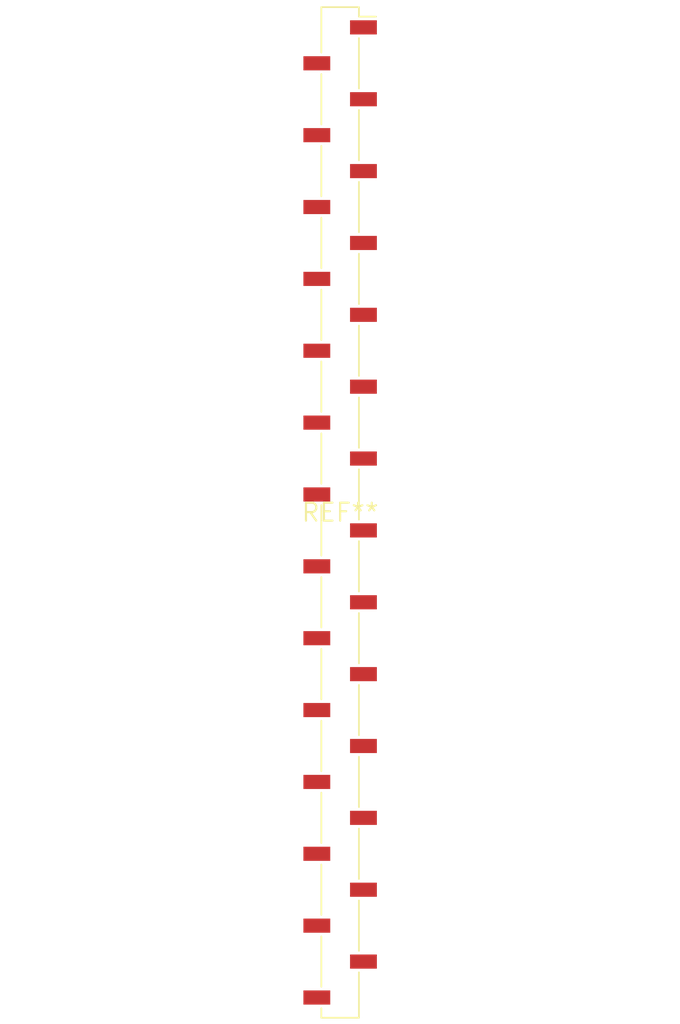
<source format=kicad_pcb>
(kicad_pcb (version 20240108) (generator pcbnew)
  (layers (0 "F.Cu" signal) (31 "B.Cu" signal) (34 "B.Paste" user) (35 "F.Paste" user) (36 "B.SilkS" user "B.Silkscreen") (37 "F.SilkS" user "F.Silkscreen") (38 "B.Mask" user) (39 "F.Mask" user) (44 "Edge.Cuts" user))
  (net 0 "")
  (footprint "PinSocket_1x28_P2.54mm_Vertical_SMD_Pin1Right" (layer "F.Cu") (at 0 0)
    (property "Reference" "REF**")
    (property "Value" "PinSocket_1x28_P2.54mm_Vertical_SMD_Pin1Right")
    (fp_line (start -1.33 -35.72) (end -1.33 -32.51) (layer "F.SilkS") (stroke (width 0.12)))
    (fp_line (start -1.33 -35.72) (end 1.33 -35.72) (layer "F.SilkS") (stroke (width 0.12)))
    (fp_line (start -1.33 -30.99) (end -1.33 -27.43) (layer "F.SilkS") (stroke (width 0.12)))
    (fp_line (start -1.33 -25.91) (end -1.33 -22.35) (layer "F.SilkS") (stroke (width 0.12)))
    (fp_line (start -1.33 -20.83) (end -1.33 -17.27) (layer "F.SilkS") (stroke (width 0.12)))
    (fp_line (start -1.33 -15.75) (end -1.33 -12.19) (layer "F.SilkS") (stroke (width 0.12)))
    (fp_line (start -1.33 -10.67) (end -1.33 -7.11) (layer "F.SilkS") (stroke (width 0.12)))
    (fp_line (start -1.33 -5.59) (end -1.33 -2.03) (layer "F.SilkS") (stroke (width 0.12)))
    (fp_line (start -1.33 -0.51) (end -1.33 3.05) (layer "F.SilkS") (stroke (width 0.12)))
    (fp_line (start -1.33 4.57) (end -1.33 8.13) (layer "F.SilkS") (stroke (width 0.12)))
    (fp_line (start -1.33 9.65) (end -1.33 13.21) (layer "F.SilkS") (stroke (width 0.12)))
    (fp_line (start -1.33 14.73) (end -1.33 18.29) (layer "F.SilkS") (stroke (width 0.12)))
    (fp_line (start -1.33 19.81) (end -1.33 23.37) (layer "F.SilkS") (stroke (width 0.12)))
    (fp_line (start -1.33 24.89) (end -1.33 28.45) (layer "F.SilkS") (stroke (width 0.12)))
    (fp_line (start -1.33 29.97) (end -1.33 33.53) (layer "F.SilkS") (stroke (width 0.12)))
    (fp_line (start -1.33 35.05) (end -1.33 35.72) (layer "F.SilkS") (stroke (width 0.12)))
    (fp_line (start -1.33 35.72) (end 1.33 35.72) (layer "F.SilkS") (stroke (width 0.12)))
    (fp_line (start 1.33 -35.72) (end 1.33 -35.05) (layer "F.SilkS") (stroke (width 0.12)))
    (fp_line (start 1.33 -35.05) (end 2.54 -35.05) (layer "F.SilkS") (stroke (width 0.12)))
    (fp_line (start 1.33 -33.53) (end 1.33 -29.97) (layer "F.SilkS") (stroke (width 0.12)))
    (fp_line (start 1.33 -28.45) (end 1.33 -24.89) (layer "F.SilkS") (stroke (width 0.12)))
    (fp_line (start 1.33 -23.37) (end 1.33 -19.81) (layer "F.SilkS") (stroke (width 0.12)))
    (fp_line (start 1.33 -18.29) (end 1.33 -14.73) (layer "F.SilkS") (stroke (width 0.12)))
    (fp_line (start 1.33 -13.21) (end 1.33 -9.65) (layer "F.SilkS") (stroke (width 0.12)))
    (fp_line (start 1.33 -8.13) (end 1.33 -4.57) (layer "F.SilkS") (stroke (width 0.12)))
    (fp_line (start 1.33 -3.05) (end 1.33 0.51) (layer "F.SilkS") (stroke (width 0.12)))
    (fp_line (start 1.33 2.03) (end 1.33 5.59) (layer "F.SilkS") (stroke (width 0.12)))
    (fp_line (start 1.33 7.11) (end 1.33 10.67) (layer "F.SilkS") (stroke (width 0.12)))
    (fp_line (start 1.33 12.19) (end 1.33 15.75) (layer "F.SilkS") (stroke (width 0.12)))
    (fp_line (start 1.33 17.27) (end 1.33 20.83) (layer "F.SilkS") (stroke (width 0.12)))
    (fp_line (start 1.33 22.35) (end 1.33 25.91) (layer "F.SilkS") (stroke (width 0.12)))
    (fp_line (start 1.33 27.43) (end 1.33 30.99) (layer "F.SilkS") (stroke (width 0.12)))
    (fp_line (start 1.33 32.51) (end 1.33 35.72) (layer "F.SilkS") (stroke (width 0.12)))
    (pad "1" smd rect (at 1.65 -34.29) (size 1.9 1) (layers "F.Cu" "F.Paste" "F.Mask"))
    (pad "2" smd rect (at -1.65 -31.75) (size 1.9 1) (layers "F.Cu" "F.Paste" "F.Mask"))
    (pad "3" smd rect (at 1.65 -29.21) (size 1.9 1) (layers "F.Cu" "F.Paste" "F.Mask"))
    (pad "4" smd rect (at -1.65 -26.67) (size 1.9 1) (layers "F.Cu" "F.Paste" "F.Mask"))
    (pad "5" smd rect (at 1.65 -24.13) (size 1.9 1) (layers "F.Cu" "F.Paste" "F.Mask"))
    (pad "6" smd rect (at -1.65 -21.59) (size 1.9 1) (layers "F.Cu" "F.Paste" "F.Mask"))
    (pad "7" smd rect (at 1.65 -19.05) (size 1.9 1) (layers "F.Cu" "F.Paste" "F.Mask"))
    (pad "8" smd rect (at -1.65 -16.51) (size 1.9 1) (layers "F.Cu" "F.Paste" "F.Mask"))
    (pad "9" smd rect (at 1.65 -13.97) (size 1.9 1) (layers "F.Cu" "F.Paste" "F.Mask"))
    (pad "10" smd rect (at -1.65 -11.43) (size 1.9 1) (layers "F.Cu" "F.Paste" "F.Mask"))
    (pad "11" smd rect (at 1.65 -8.89) (size 1.9 1) (layers "F.Cu" "F.Paste" "F.Mask"))
    (pad "12" smd rect (at -1.65 -6.35) (size 1.9 1) (layers "F.Cu" "F.Paste" "F.Mask"))
    (pad "13" smd rect (at 1.65 -3.81) (size 1.9 1) (layers "F.Cu" "F.Paste" "F.Mask"))
    (pad "14" smd rect (at -1.65 -1.27) (size 1.9 1) (layers "F.Cu" "F.Paste" "F.Mask"))
    (pad "15" smd rect (at 1.65 1.27) (size 1.9 1) (layers "F.Cu" "F.Paste" "F.Mask"))
    (pad "16" smd rect (at -1.65 3.81) (size 1.9 1) (layers "F.Cu" "F.Paste" "F.Mask"))
    (pad "17" smd rect (at 1.65 6.35) (size 1.9 1) (layers "F.Cu" "F.Paste" "F.Mask"))
    (pad "18" smd rect (at -1.65 8.89) (size 1.9 1) (layers "F.Cu" "F.Paste" "F.Mask"))
    (pad "19" smd rect (at 1.65 11.43) (size 1.9 1) (layers "F.Cu" "F.Paste" "F.Mask"))
    (pad "20" smd rect (at -1.65 13.97) (size 1.9 1) (layers "F.Cu" "F.Paste" "F.Mask"))
    (pad "21" smd rect (at 1.65 16.51) (size 1.9 1) (layers "F.Cu" "F.Paste" "F.Mask"))
    (pad "22" smd rect (at -1.65 19.05) (size 1.9 1) (layers "F.Cu" "F.Paste" "F.Mask"))
    (pad "23" smd rect (at 1.65 21.59) (size 1.9 1) (layers "F.Cu" "F.Paste" "F.Mask"))
    (pad "24" smd rect (at -1.65 24.13) (size 1.9 1) (layers "F.Cu" "F.Paste" "F.Mask"))
    (pad "25" smd rect (at 1.65 26.67) (size 1.9 1) (layers "F.Cu" "F.Paste" "F.Mask"))
    (pad "26" smd rect (at -1.65 29.21) (size 1.9 1) (layers "F.Cu" "F.Paste" "F.Mask"))
    (pad "27" smd rect (at 1.65 31.75) (size 1.9 1) (layers "F.Cu" "F.Paste" "F.Mask"))
    (pad "28" smd rect (at -1.65 34.29) (size 1.9 1) (layers "F.Cu" "F.Paste" "F.Mask"))
  )
)
</source>
